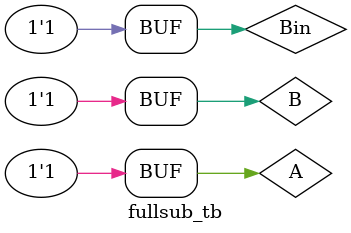
<source format=sv>
module full_subtractor(
  input A,input B,input Bin,output Diff,output Borrow
  );
  
  assign Diff = A^B^Bin;
  assign Borrow = (~A & B) | ((~A | B) & Bin); 
  
  endmodule
  
  module fullsub_tb();
  reg A,B,Bin;
  wire Diff,Borrow;
  
  full_subtractor uut0(.A(A),.B(B),.Bin(Bin),.Diff(Diff),.Borrow(Borrow));
  
  initial begin
        A = 0; B = 0; Bin = 0;
        #10;
        A = 0; B = 0; Bin = 1;
        #10;
        A = 0; B = 1; Bin = 0;
        #10;
        A = 0; B = 1; Bin = 1;
        #10;
        A = 1; B = 0; Bin = 0;
        #10;
        A = 1; B = 0; Bin = 1;
        #10;
        A = 1; B = 1; Bin = 0;
        #10;
        A = 1; B = 1; Bin = 1;
        #10;
    end

endmodule 
</source>
